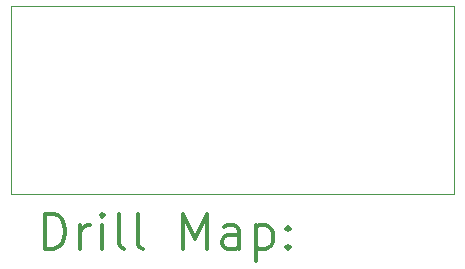
<source format=gbr>
%FSLAX45Y45*%
G04 Gerber Fmt 4.5, Leading zero omitted, Abs format (unit mm)*
G04 Created by KiCad (PCBNEW (5.1.10)-1) date 2021-09-02 15:22:30*
%MOMM*%
%LPD*%
G01*
G04 APERTURE LIST*
%TA.AperFunction,Profile*%
%ADD10C,0.050000*%
%TD*%
%ADD11C,0.200000*%
%ADD12C,0.300000*%
G04 APERTURE END LIST*
D10*
X10541000Y-6350000D02*
X10541000Y-4762500D01*
X14287500Y-6350000D02*
X10541000Y-6350000D01*
X14287500Y-4762500D02*
X14287500Y-6350000D01*
X10541000Y-4762500D02*
X14287500Y-4762500D01*
D11*
D12*
X10824928Y-6818214D02*
X10824928Y-6518214D01*
X10896357Y-6518214D01*
X10939214Y-6532500D01*
X10967786Y-6561071D01*
X10982071Y-6589643D01*
X10996357Y-6646786D01*
X10996357Y-6689643D01*
X10982071Y-6746786D01*
X10967786Y-6775357D01*
X10939214Y-6803929D01*
X10896357Y-6818214D01*
X10824928Y-6818214D01*
X11124928Y-6818214D02*
X11124928Y-6618214D01*
X11124928Y-6675357D02*
X11139214Y-6646786D01*
X11153500Y-6632500D01*
X11182071Y-6618214D01*
X11210643Y-6618214D01*
X11310643Y-6818214D02*
X11310643Y-6618214D01*
X11310643Y-6518214D02*
X11296357Y-6532500D01*
X11310643Y-6546786D01*
X11324928Y-6532500D01*
X11310643Y-6518214D01*
X11310643Y-6546786D01*
X11496357Y-6818214D02*
X11467786Y-6803929D01*
X11453500Y-6775357D01*
X11453500Y-6518214D01*
X11653500Y-6818214D02*
X11624928Y-6803929D01*
X11610643Y-6775357D01*
X11610643Y-6518214D01*
X11996357Y-6818214D02*
X11996357Y-6518214D01*
X12096357Y-6732500D01*
X12196357Y-6518214D01*
X12196357Y-6818214D01*
X12467786Y-6818214D02*
X12467786Y-6661071D01*
X12453500Y-6632500D01*
X12424928Y-6618214D01*
X12367786Y-6618214D01*
X12339214Y-6632500D01*
X12467786Y-6803929D02*
X12439214Y-6818214D01*
X12367786Y-6818214D01*
X12339214Y-6803929D01*
X12324928Y-6775357D01*
X12324928Y-6746786D01*
X12339214Y-6718214D01*
X12367786Y-6703929D01*
X12439214Y-6703929D01*
X12467786Y-6689643D01*
X12610643Y-6618214D02*
X12610643Y-6918214D01*
X12610643Y-6632500D02*
X12639214Y-6618214D01*
X12696357Y-6618214D01*
X12724928Y-6632500D01*
X12739214Y-6646786D01*
X12753500Y-6675357D01*
X12753500Y-6761071D01*
X12739214Y-6789643D01*
X12724928Y-6803929D01*
X12696357Y-6818214D01*
X12639214Y-6818214D01*
X12610643Y-6803929D01*
X12882071Y-6789643D02*
X12896357Y-6803929D01*
X12882071Y-6818214D01*
X12867786Y-6803929D01*
X12882071Y-6789643D01*
X12882071Y-6818214D01*
X12882071Y-6632500D02*
X12896357Y-6646786D01*
X12882071Y-6661071D01*
X12867786Y-6646786D01*
X12882071Y-6632500D01*
X12882071Y-6661071D01*
M02*

</source>
